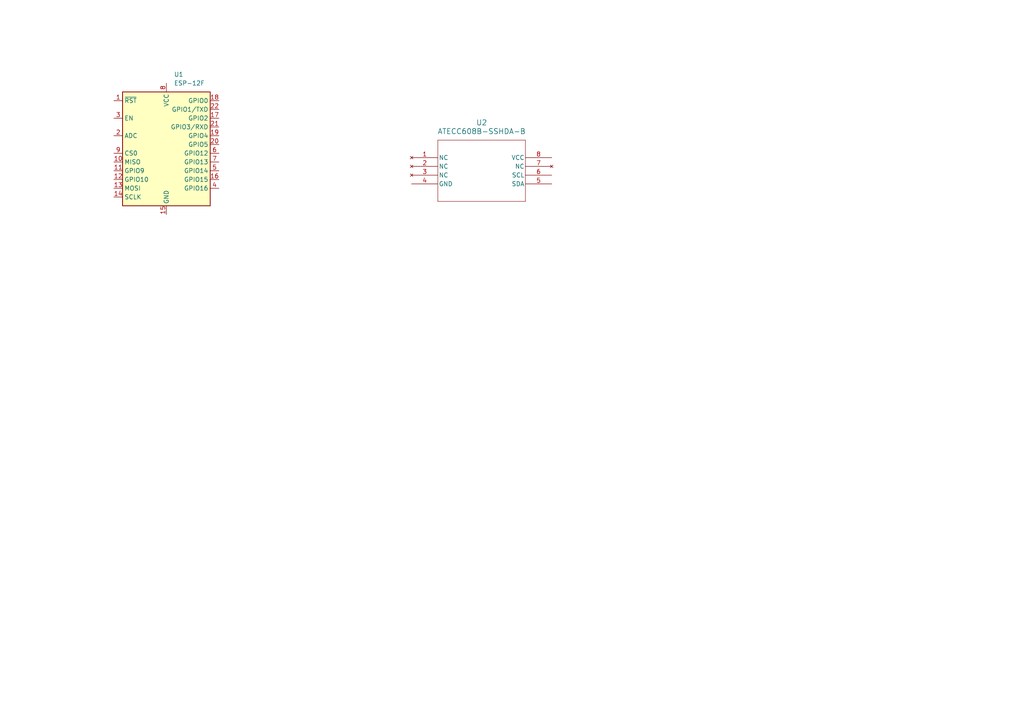
<source format=kicad_sch>
(kicad_sch (version 20230121) (generator eeschema)
  (paper "A4")
  (lib_symbols
    (symbol "ATECC508A-SSHDA-B:ATECC608B-SSHDA-B" (pin_names (offset 0.254))
      (property "Reference" "U" (at 20.32 10.16 0))
      (property "Value" "ATECC608B-SSHDA-B" (at 20.32 7.62 0))
      (symbol "ATECC608B-SSHDA-B_0_1"
        (polyline (pts (xy 7.62 -12.7) (xy 33.02 -12.7)) (stroke (width 0.127)))
        (polyline (pts (xy 7.62 5.08) (xy 7.62 -12.7)) (stroke (width 0.127)))
        (polyline (pts (xy 33.02 -12.7) (xy 33.02 5.08)) (stroke (width 0.127)))
        (polyline (pts (xy 33.02 5.08) (xy 7.62 5.08)) (stroke (width 0.127)))
        (pin no_connect line (at 0 0 0) (length 7.62) (name "NC") (number "1"))
        (pin no_connect line (at 0 -2.54 0) (length 7.62) (name "NC") (number "2"))
        (pin no_connect line (at 0 -5.08 0) (length 7.62) (name "NC") (number "3"))
        (pin power_out line (at 0 -7.62 0) (length 7.62) (name "GND") (number "4"))
        (pin bidirectional line (at 40.64 -7.62 180) (length 7.62) (name "SDA") (number "5"))
        (pin input line (at 40.64 -5.08 180) (length 7.62) (name "SCL") (number "6"))
        (pin no_connect line (at 40.64 -2.54 180) (length 7.62) (name "NC") (number "7"))
        (pin power_in line (at 40.64 0 180) (length 7.62) (name "VCC") (number "8"))
      )
    )
    (symbol "RF_Module:ESP-12F"
      (property "Reference" "U" (at -12.7 19.05 0))
      (property "Value" "ESP-12F" (at 12.7 19.05 0))
      (symbol "ESP-12F_0_1"
        (rectangle (start -12.7 17.78) (end 12.7 -15.24) (stroke (width 0.254)) (fill (type background)))
      )
      (symbol "ESP-12F_1_1"
        (pin input line (at -15.24 15.24 0) (length 2.54) (name "~{RST}") (number "1"))
        (pin bidirectional line (at -15.24 -2.54 0) (length 2.54) (name "MISO") (number "10"))
        (pin bidirectional line (at -15.24 -5.08 0) (length 2.54) (name "GPIO9") (number "11"))
        (pin bidirectional line (at -15.24 -7.62 0) (length 2.54) (name "GPIO10") (number "12"))
        (pin bidirectional line (at -15.24 -10.16 0) (length 2.54) (name "MOSI") (number "13"))
        (pin bidirectional line (at -15.24 -12.7 0) (length 2.54) (name "SCLK") (number "14"))
        (pin power_in line (at 0 -17.78 90) (length 2.54) (name "GND") (number "15"))
        (pin bidirectional line (at 15.24 -7.62 180) (length 2.54) (name "GPIO15") (number "16"))
        (pin bidirectional line (at 15.24 10.16 180) (length 2.54) (name "GPIO2") (number "17"))
        (pin bidirectional line (at 15.24 15.24 180) (length 2.54) (name "GPIO0") (number "18"))
        (pin bidirectional line (at 15.24 5.08 180) (length 2.54) (name "GPIO4") (number "19"))
        (pin input line (at -15.24 5.08 0) (length 2.54) (name "ADC") (number "2"))
        (pin bidirectional line (at 15.24 2.54 180) (length 2.54) (name "GPIO5") (number "20"))
        (pin bidirectional line (at 15.24 7.62 180) (length 2.54) (name "GPIO3/RXD") (number "21"))
        (pin bidirectional line (at 15.24 12.7 180) (length 2.54) (name "GPIO1/TXD") (number "22"))
        (pin input line (at -15.24 10.16 0) (length 2.54) (name "EN") (number "3"))
        (pin bidirectional line (at 15.24 -10.16 180) (length 2.54) (name "GPIO16") (number "4"))
        (pin bidirectional line (at 15.24 -5.08 180) (length 2.54) (name "GPIO14") (number "5"))
        (pin bidirectional line (at 15.24 0 180) (length 2.54) (name "GPIO12") (number "6"))
        (pin bidirectional line (at 15.24 -2.54 180) (length 2.54) (name "GPIO13") (number "7"))
        (pin power_in line (at 0 20.32 270) (length 2.54) (name "VCC") (number "8"))
        (pin input line (at -15.24 0 0) (length 2.54) (name "CS0") (number "9"))
      )
    )
  )
  (symbol (lib_id "RF_Module:ESP-12F") (at 48.26 44.45 0) (unit 1)
    (property "Reference" "U1" (at 50.4541 21.59 0) (effects (justify left)))
    (property "Value" "ESP-12F" (at 50.4541 24.13 0) (effects (justify left)))
    (property "Footprint" "RF_Module:ESP-12E" (effects hide))
    (property "Datasheet" "http://wiki.ai-thinker.com/_media/esp8266/esp8266_series_modules_user_manual_v1.1.pdf" (effects hide))
  )
  (symbol (lib_id "ATECC508A-SSHDA-B:ATECC608B-SSHDA-B") (at 119.38 45.72 0) (unit 1)
    (property "Reference" "U2" (at 139.7 35.56 0) (effects (font (size 1.524 1.524))))
    (property "Value" "ATECC608B-SSHDA-B" (at 139.7 38.1 0) (effects (font (size 1.524 1.524))))
    (property "Footprint" "SOIC8_NARROW_SN_MCH" (effects hide))
    (property "Datasheet" "ATECC608B-SSHDA-B" (effects hide))
  )
)
</source>
